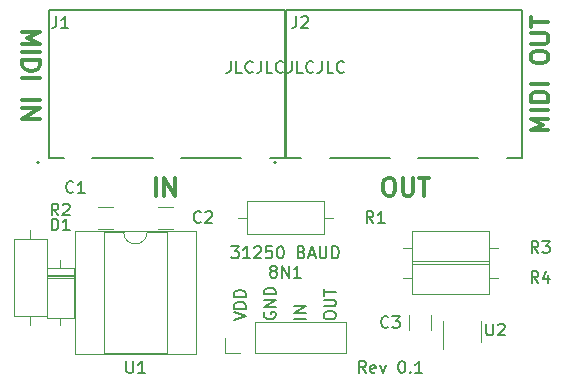
<source format=gbr>
G04 #@! TF.GenerationSoftware,KiCad,Pcbnew,(5.0.0)*
G04 #@! TF.CreationDate,2020-09-09T22:39:45-04:00*
G04 #@! TF.ProjectId,breadboard_midi,6272656164626F6172645F6D6964692E,rev?*
G04 #@! TF.SameCoordinates,Original*
G04 #@! TF.FileFunction,Legend,Top*
G04 #@! TF.FilePolarity,Positive*
%FSLAX46Y46*%
G04 Gerber Fmt 4.6, Leading zero omitted, Abs format (unit mm)*
G04 Created by KiCad (PCBNEW (5.0.0)) date 09/09/20 22:39:45*
%MOMM*%
%LPD*%
G01*
G04 APERTURE LIST*
%ADD10C,0.150000*%
%ADD11C,0.300000*%
%ADD12C,0.120000*%
%ADD13C,0.127000*%
%ADD14C,0.200000*%
G04 APERTURE END LIST*
D10*
X143970952Y-88352380D02*
X143970952Y-89066666D01*
X143923333Y-89209523D01*
X143828095Y-89304761D01*
X143685238Y-89352380D01*
X143590000Y-89352380D01*
X144923333Y-89352380D02*
X144447142Y-89352380D01*
X144447142Y-88352380D01*
X145828095Y-89257142D02*
X145780476Y-89304761D01*
X145637619Y-89352380D01*
X145542380Y-89352380D01*
X145399523Y-89304761D01*
X145304285Y-89209523D01*
X145256666Y-89114285D01*
X145209047Y-88923809D01*
X145209047Y-88780952D01*
X145256666Y-88590476D01*
X145304285Y-88495238D01*
X145399523Y-88400000D01*
X145542380Y-88352380D01*
X145637619Y-88352380D01*
X145780476Y-88400000D01*
X145828095Y-88447619D01*
X146542380Y-88352380D02*
X146542380Y-89066666D01*
X146494761Y-89209523D01*
X146399523Y-89304761D01*
X146256666Y-89352380D01*
X146161428Y-89352380D01*
X147494761Y-89352380D02*
X147018571Y-89352380D01*
X147018571Y-88352380D01*
X148399523Y-89257142D02*
X148351904Y-89304761D01*
X148209047Y-89352380D01*
X148113809Y-89352380D01*
X147970952Y-89304761D01*
X147875714Y-89209523D01*
X147828095Y-89114285D01*
X147780476Y-88923809D01*
X147780476Y-88780952D01*
X147828095Y-88590476D01*
X147875714Y-88495238D01*
X147970952Y-88400000D01*
X148113809Y-88352380D01*
X148209047Y-88352380D01*
X148351904Y-88400000D01*
X148399523Y-88447619D01*
X149113809Y-88352380D02*
X149113809Y-89066666D01*
X149066190Y-89209523D01*
X148970952Y-89304761D01*
X148828095Y-89352380D01*
X148732857Y-89352380D01*
X150066190Y-89352380D02*
X149590000Y-89352380D01*
X149590000Y-88352380D01*
X150970952Y-89257142D02*
X150923333Y-89304761D01*
X150780476Y-89352380D01*
X150685238Y-89352380D01*
X150542380Y-89304761D01*
X150447142Y-89209523D01*
X150399523Y-89114285D01*
X150351904Y-88923809D01*
X150351904Y-88780952D01*
X150399523Y-88590476D01*
X150447142Y-88495238D01*
X150542380Y-88400000D01*
X150685238Y-88352380D01*
X150780476Y-88352380D01*
X150923333Y-88400000D01*
X150970952Y-88447619D01*
X151685238Y-88352380D02*
X151685238Y-89066666D01*
X151637619Y-89209523D01*
X151542380Y-89304761D01*
X151399523Y-89352380D01*
X151304285Y-89352380D01*
X152637619Y-89352380D02*
X152161428Y-89352380D01*
X152161428Y-88352380D01*
X153542380Y-89257142D02*
X153494761Y-89304761D01*
X153351904Y-89352380D01*
X153256666Y-89352380D01*
X153113809Y-89304761D01*
X153018571Y-89209523D01*
X152970952Y-89114285D01*
X152923333Y-88923809D01*
X152923333Y-88780952D01*
X152970952Y-88590476D01*
X153018571Y-88495238D01*
X153113809Y-88400000D01*
X153256666Y-88352380D01*
X153351904Y-88352380D01*
X153494761Y-88400000D01*
X153542380Y-88447619D01*
X155408571Y-114752380D02*
X155075238Y-114276190D01*
X154837142Y-114752380D02*
X154837142Y-113752380D01*
X155218095Y-113752380D01*
X155313333Y-113800000D01*
X155360952Y-113847619D01*
X155408571Y-113942857D01*
X155408571Y-114085714D01*
X155360952Y-114180952D01*
X155313333Y-114228571D01*
X155218095Y-114276190D01*
X154837142Y-114276190D01*
X156218095Y-114704761D02*
X156122857Y-114752380D01*
X155932380Y-114752380D01*
X155837142Y-114704761D01*
X155789523Y-114609523D01*
X155789523Y-114228571D01*
X155837142Y-114133333D01*
X155932380Y-114085714D01*
X156122857Y-114085714D01*
X156218095Y-114133333D01*
X156265714Y-114228571D01*
X156265714Y-114323809D01*
X155789523Y-114419047D01*
X156599047Y-114085714D02*
X156837142Y-114752380D01*
X157075238Y-114085714D01*
X158408571Y-113752380D02*
X158503809Y-113752380D01*
X158599047Y-113800000D01*
X158646666Y-113847619D01*
X158694285Y-113942857D01*
X158741904Y-114133333D01*
X158741904Y-114371428D01*
X158694285Y-114561904D01*
X158646666Y-114657142D01*
X158599047Y-114704761D01*
X158503809Y-114752380D01*
X158408571Y-114752380D01*
X158313333Y-114704761D01*
X158265714Y-114657142D01*
X158218095Y-114561904D01*
X158170476Y-114371428D01*
X158170476Y-114133333D01*
X158218095Y-113942857D01*
X158265714Y-113847619D01*
X158313333Y-113800000D01*
X158408571Y-113752380D01*
X159170476Y-114657142D02*
X159218095Y-114704761D01*
X159170476Y-114752380D01*
X159122857Y-114704761D01*
X159170476Y-114657142D01*
X159170476Y-114752380D01*
X160170476Y-114752380D02*
X159599047Y-114752380D01*
X159884761Y-114752380D02*
X159884761Y-113752380D01*
X159789523Y-113895238D01*
X159694285Y-113990476D01*
X159599047Y-114038095D01*
X144018571Y-104037380D02*
X144637619Y-104037380D01*
X144304285Y-104418333D01*
X144447142Y-104418333D01*
X144542380Y-104465952D01*
X144590000Y-104513571D01*
X144637619Y-104608809D01*
X144637619Y-104846904D01*
X144590000Y-104942142D01*
X144542380Y-104989761D01*
X144447142Y-105037380D01*
X144161428Y-105037380D01*
X144066190Y-104989761D01*
X144018571Y-104942142D01*
X145590000Y-105037380D02*
X145018571Y-105037380D01*
X145304285Y-105037380D02*
X145304285Y-104037380D01*
X145209047Y-104180238D01*
X145113809Y-104275476D01*
X145018571Y-104323095D01*
X145970952Y-104132619D02*
X146018571Y-104085000D01*
X146113809Y-104037380D01*
X146351904Y-104037380D01*
X146447142Y-104085000D01*
X146494761Y-104132619D01*
X146542380Y-104227857D01*
X146542380Y-104323095D01*
X146494761Y-104465952D01*
X145923333Y-105037380D01*
X146542380Y-105037380D01*
X147447142Y-104037380D02*
X146970952Y-104037380D01*
X146923333Y-104513571D01*
X146970952Y-104465952D01*
X147066190Y-104418333D01*
X147304285Y-104418333D01*
X147399523Y-104465952D01*
X147447142Y-104513571D01*
X147494761Y-104608809D01*
X147494761Y-104846904D01*
X147447142Y-104942142D01*
X147399523Y-104989761D01*
X147304285Y-105037380D01*
X147066190Y-105037380D01*
X146970952Y-104989761D01*
X146923333Y-104942142D01*
X148113809Y-104037380D02*
X148209047Y-104037380D01*
X148304285Y-104085000D01*
X148351904Y-104132619D01*
X148399523Y-104227857D01*
X148447142Y-104418333D01*
X148447142Y-104656428D01*
X148399523Y-104846904D01*
X148351904Y-104942142D01*
X148304285Y-104989761D01*
X148209047Y-105037380D01*
X148113809Y-105037380D01*
X148018571Y-104989761D01*
X147970952Y-104942142D01*
X147923333Y-104846904D01*
X147875714Y-104656428D01*
X147875714Y-104418333D01*
X147923333Y-104227857D01*
X147970952Y-104132619D01*
X148018571Y-104085000D01*
X148113809Y-104037380D01*
X149970952Y-104513571D02*
X150113809Y-104561190D01*
X150161428Y-104608809D01*
X150209047Y-104704047D01*
X150209047Y-104846904D01*
X150161428Y-104942142D01*
X150113809Y-104989761D01*
X150018571Y-105037380D01*
X149637619Y-105037380D01*
X149637619Y-104037380D01*
X149970952Y-104037380D01*
X150066190Y-104085000D01*
X150113809Y-104132619D01*
X150161428Y-104227857D01*
X150161428Y-104323095D01*
X150113809Y-104418333D01*
X150066190Y-104465952D01*
X149970952Y-104513571D01*
X149637619Y-104513571D01*
X150590000Y-104751666D02*
X151066190Y-104751666D01*
X150494761Y-105037380D02*
X150828095Y-104037380D01*
X151161428Y-105037380D01*
X151494761Y-104037380D02*
X151494761Y-104846904D01*
X151542380Y-104942142D01*
X151590000Y-104989761D01*
X151685238Y-105037380D01*
X151875714Y-105037380D01*
X151970952Y-104989761D01*
X152018571Y-104942142D01*
X152066190Y-104846904D01*
X152066190Y-104037380D01*
X152542380Y-105037380D02*
X152542380Y-104037380D01*
X152780476Y-104037380D01*
X152923333Y-104085000D01*
X153018571Y-104180238D01*
X153066190Y-104275476D01*
X153113809Y-104465952D01*
X153113809Y-104608809D01*
X153066190Y-104799285D01*
X153018571Y-104894523D01*
X152923333Y-104989761D01*
X152780476Y-105037380D01*
X152542380Y-105037380D01*
X147494761Y-106115952D02*
X147399523Y-106068333D01*
X147351904Y-106020714D01*
X147304285Y-105925476D01*
X147304285Y-105877857D01*
X147351904Y-105782619D01*
X147399523Y-105735000D01*
X147494761Y-105687380D01*
X147685238Y-105687380D01*
X147780476Y-105735000D01*
X147828095Y-105782619D01*
X147875714Y-105877857D01*
X147875714Y-105925476D01*
X147828095Y-106020714D01*
X147780476Y-106068333D01*
X147685238Y-106115952D01*
X147494761Y-106115952D01*
X147399523Y-106163571D01*
X147351904Y-106211190D01*
X147304285Y-106306428D01*
X147304285Y-106496904D01*
X147351904Y-106592142D01*
X147399523Y-106639761D01*
X147494761Y-106687380D01*
X147685238Y-106687380D01*
X147780476Y-106639761D01*
X147828095Y-106592142D01*
X147875714Y-106496904D01*
X147875714Y-106306428D01*
X147828095Y-106211190D01*
X147780476Y-106163571D01*
X147685238Y-106115952D01*
X148304285Y-106687380D02*
X148304285Y-105687380D01*
X148875714Y-106687380D01*
X148875714Y-105687380D01*
X149875714Y-106687380D02*
X149304285Y-106687380D01*
X149590000Y-106687380D02*
X149590000Y-105687380D01*
X149494761Y-105830238D01*
X149399523Y-105925476D01*
X149304285Y-105973095D01*
X151852380Y-109963928D02*
X151852380Y-109773452D01*
X151900000Y-109678214D01*
X151995238Y-109582976D01*
X152185714Y-109535357D01*
X152519047Y-109535357D01*
X152709523Y-109582976D01*
X152804761Y-109678214D01*
X152852380Y-109773452D01*
X152852380Y-109963928D01*
X152804761Y-110059166D01*
X152709523Y-110154404D01*
X152519047Y-110202023D01*
X152185714Y-110202023D01*
X151995238Y-110154404D01*
X151900000Y-110059166D01*
X151852380Y-109963928D01*
X151852380Y-109106785D02*
X152661904Y-109106785D01*
X152757142Y-109059166D01*
X152804761Y-109011547D01*
X152852380Y-108916309D01*
X152852380Y-108725833D01*
X152804761Y-108630595D01*
X152757142Y-108582976D01*
X152661904Y-108535357D01*
X151852380Y-108535357D01*
X151852380Y-108202023D02*
X151852380Y-107630595D01*
X152852380Y-107916309D02*
X151852380Y-107916309D01*
X150312380Y-110154404D02*
X149312380Y-110154404D01*
X150312380Y-109678214D02*
X149312380Y-109678214D01*
X150312380Y-109106785D01*
X149312380Y-109106785D01*
X146820000Y-109630595D02*
X146772380Y-109725833D01*
X146772380Y-109868690D01*
X146820000Y-110011547D01*
X146915238Y-110106785D01*
X147010476Y-110154404D01*
X147200952Y-110202023D01*
X147343809Y-110202023D01*
X147534285Y-110154404D01*
X147629523Y-110106785D01*
X147724761Y-110011547D01*
X147772380Y-109868690D01*
X147772380Y-109773452D01*
X147724761Y-109630595D01*
X147677142Y-109582976D01*
X147343809Y-109582976D01*
X147343809Y-109773452D01*
X147772380Y-109154404D02*
X146772380Y-109154404D01*
X147772380Y-108582976D01*
X146772380Y-108582976D01*
X147772380Y-108106785D02*
X146772380Y-108106785D01*
X146772380Y-107868690D01*
X146820000Y-107725833D01*
X146915238Y-107630595D01*
X147010476Y-107582976D01*
X147200952Y-107535357D01*
X147343809Y-107535357D01*
X147534285Y-107582976D01*
X147629523Y-107630595D01*
X147724761Y-107725833D01*
X147772380Y-107868690D01*
X147772380Y-108106785D01*
X144232380Y-110297261D02*
X145232380Y-109963928D01*
X144232380Y-109630595D01*
X145232380Y-109297261D02*
X144232380Y-109297261D01*
X144232380Y-109059166D01*
X144280000Y-108916309D01*
X144375238Y-108821071D01*
X144470476Y-108773452D01*
X144660952Y-108725833D01*
X144803809Y-108725833D01*
X144994285Y-108773452D01*
X145089523Y-108821071D01*
X145184761Y-108916309D01*
X145232380Y-109059166D01*
X145232380Y-109297261D01*
X145232380Y-108297261D02*
X144232380Y-108297261D01*
X144232380Y-108059166D01*
X144280000Y-107916309D01*
X144375238Y-107821071D01*
X144470476Y-107773452D01*
X144660952Y-107725833D01*
X144803809Y-107725833D01*
X144994285Y-107773452D01*
X145089523Y-107821071D01*
X145184761Y-107916309D01*
X145232380Y-108059166D01*
X145232380Y-108297261D01*
D11*
X170858571Y-94213571D02*
X169358571Y-94213571D01*
X170430000Y-93713571D01*
X169358571Y-93213571D01*
X170858571Y-93213571D01*
X170858571Y-92499285D02*
X169358571Y-92499285D01*
X170858571Y-91785000D02*
X169358571Y-91785000D01*
X169358571Y-91427857D01*
X169430000Y-91213571D01*
X169572857Y-91070714D01*
X169715714Y-90999285D01*
X170001428Y-90927857D01*
X170215714Y-90927857D01*
X170501428Y-90999285D01*
X170644285Y-91070714D01*
X170787142Y-91213571D01*
X170858571Y-91427857D01*
X170858571Y-91785000D01*
X170858571Y-90285000D02*
X169358571Y-90285000D01*
X169358571Y-88142142D02*
X169358571Y-87856428D01*
X169430000Y-87713571D01*
X169572857Y-87570714D01*
X169858571Y-87499285D01*
X170358571Y-87499285D01*
X170644285Y-87570714D01*
X170787142Y-87713571D01*
X170858571Y-87856428D01*
X170858571Y-88142142D01*
X170787142Y-88285000D01*
X170644285Y-88427857D01*
X170358571Y-88499285D01*
X169858571Y-88499285D01*
X169572857Y-88427857D01*
X169430000Y-88285000D01*
X169358571Y-88142142D01*
X169358571Y-86856428D02*
X170572857Y-86856428D01*
X170715714Y-86785000D01*
X170787142Y-86713571D01*
X170858571Y-86570714D01*
X170858571Y-86285000D01*
X170787142Y-86142142D01*
X170715714Y-86070714D01*
X170572857Y-85999285D01*
X169358571Y-85999285D01*
X169358571Y-85499285D02*
X169358571Y-84642142D01*
X170858571Y-85070714D02*
X169358571Y-85070714D01*
X126321428Y-85856428D02*
X127821428Y-85856428D01*
X126750000Y-86356428D01*
X127821428Y-86856428D01*
X126321428Y-86856428D01*
X126321428Y-87570714D02*
X127821428Y-87570714D01*
X126321428Y-88285000D02*
X127821428Y-88285000D01*
X127821428Y-88642142D01*
X127750000Y-88856428D01*
X127607142Y-88999285D01*
X127464285Y-89070714D01*
X127178571Y-89142142D01*
X126964285Y-89142142D01*
X126678571Y-89070714D01*
X126535714Y-88999285D01*
X126392857Y-88856428D01*
X126321428Y-88642142D01*
X126321428Y-88285000D01*
X126321428Y-89785000D02*
X127821428Y-89785000D01*
X126321428Y-91642142D02*
X127821428Y-91642142D01*
X126321428Y-92356428D02*
X127821428Y-92356428D01*
X126321428Y-93213571D01*
X127821428Y-93213571D01*
X157250000Y-98238571D02*
X157535714Y-98238571D01*
X157678571Y-98310000D01*
X157821428Y-98452857D01*
X157892857Y-98738571D01*
X157892857Y-99238571D01*
X157821428Y-99524285D01*
X157678571Y-99667142D01*
X157535714Y-99738571D01*
X157250000Y-99738571D01*
X157107142Y-99667142D01*
X156964285Y-99524285D01*
X156892857Y-99238571D01*
X156892857Y-98738571D01*
X156964285Y-98452857D01*
X157107142Y-98310000D01*
X157250000Y-98238571D01*
X158535714Y-98238571D02*
X158535714Y-99452857D01*
X158607142Y-99595714D01*
X158678571Y-99667142D01*
X158821428Y-99738571D01*
X159107142Y-99738571D01*
X159250000Y-99667142D01*
X159321428Y-99595714D01*
X159392857Y-99452857D01*
X159392857Y-98238571D01*
X159892857Y-98238571D02*
X160750000Y-98238571D01*
X160321428Y-99738571D02*
X160321428Y-98238571D01*
X137644285Y-99738571D02*
X137644285Y-98238571D01*
X138358571Y-99738571D02*
X138358571Y-98238571D01*
X139215714Y-99738571D01*
X139215714Y-98238571D01*
D12*
G04 #@! TO.C,J4*
X143450000Y-113090000D02*
X143450000Y-111760000D01*
X144780000Y-113090000D02*
X143450000Y-113090000D01*
X146050000Y-113090000D02*
X146050000Y-110430000D01*
X146050000Y-110430000D02*
X153730000Y-110430000D01*
X146050000Y-113090000D02*
X153730000Y-113090000D01*
X153730000Y-113090000D02*
X153730000Y-110430000D01*
G04 #@! TO.C,D1*
X130660000Y-106430000D02*
X128420000Y-106430000D01*
X130660000Y-106670000D02*
X128420000Y-106670000D01*
X130660000Y-106550000D02*
X128420000Y-106550000D01*
X129540000Y-110720000D02*
X129540000Y-110070000D01*
X129540000Y-105180000D02*
X129540000Y-105830000D01*
X130660000Y-110070000D02*
X130660000Y-105830000D01*
X128420000Y-110070000D02*
X130660000Y-110070000D01*
X128420000Y-105830000D02*
X128420000Y-110070000D01*
X130660000Y-105830000D02*
X128420000Y-105830000D01*
G04 #@! TO.C,U1*
X141030000Y-102750000D02*
X130750000Y-102750000D01*
X141030000Y-113150000D02*
X141030000Y-102750000D01*
X130750000Y-113150000D02*
X141030000Y-113150000D01*
X130750000Y-102750000D02*
X130750000Y-113150000D01*
X138540000Y-102810000D02*
X136890000Y-102810000D01*
X138540000Y-113090000D02*
X138540000Y-102810000D01*
X133240000Y-113090000D02*
X138540000Y-113090000D01*
X133240000Y-102810000D02*
X133240000Y-113090000D01*
X134890000Y-102810000D02*
X133240000Y-102810000D01*
X136890000Y-102810000D02*
G75*
G02X134890000Y-102810000I-1000000J0D01*
G01*
D13*
G04 #@! TO.C,J2*
X148630000Y-96520000D02*
X149930000Y-96520000D01*
X157430000Y-96520000D02*
X152330000Y-96520000D01*
X164930000Y-96520000D02*
X159830000Y-96520000D01*
X168630000Y-96520000D02*
X167330000Y-96520000D01*
D14*
X147830000Y-96920000D02*
G75*
G03X147830000Y-96920000I-100000J0D01*
G01*
D13*
X148630000Y-84020000D02*
X148630000Y-96520000D01*
X168630000Y-84020000D02*
X148630000Y-84020000D01*
X168630000Y-96520000D02*
X168630000Y-84020000D01*
D12*
G04 #@! TO.C,U2*
X161900000Y-110310000D02*
X161900000Y-112760000D01*
X165120000Y-112110000D02*
X165120000Y-110310000D01*
G04 #@! TO.C,R4*
X166600000Y-106680000D02*
X165830000Y-106680000D01*
X158520000Y-106680000D02*
X159290000Y-106680000D01*
X165830000Y-105310000D02*
X159290000Y-105310000D01*
X165830000Y-108050000D02*
X165830000Y-105310000D01*
X159290000Y-108050000D02*
X165830000Y-108050000D01*
X159290000Y-105310000D02*
X159290000Y-108050000D01*
G04 #@! TO.C,R3*
X158520000Y-104140000D02*
X159290000Y-104140000D01*
X166600000Y-104140000D02*
X165830000Y-104140000D01*
X159290000Y-105510000D02*
X165830000Y-105510000D01*
X159290000Y-102770000D02*
X159290000Y-105510000D01*
X165830000Y-102770000D02*
X159290000Y-102770000D01*
X165830000Y-105510000D02*
X165830000Y-102770000D01*
G04 #@! TO.C,R2*
X127000000Y-102640000D02*
X127000000Y-103410000D01*
X127000000Y-110720000D02*
X127000000Y-109950000D01*
X125630000Y-103410000D02*
X125630000Y-109950000D01*
X128370000Y-103410000D02*
X125630000Y-103410000D01*
X128370000Y-109950000D02*
X128370000Y-103410000D01*
X125630000Y-109950000D02*
X128370000Y-109950000D01*
G04 #@! TO.C,R1*
X152630000Y-101600000D02*
X151860000Y-101600000D01*
X144550000Y-101600000D02*
X145320000Y-101600000D01*
X151860000Y-100230000D02*
X145320000Y-100230000D01*
X151860000Y-102970000D02*
X151860000Y-100230000D01*
X145320000Y-102970000D02*
X151860000Y-102970000D01*
X145320000Y-100230000D02*
X145320000Y-102970000D01*
D13*
G04 #@! TO.C,J1*
X128550000Y-96520000D02*
X129850000Y-96520000D01*
X137350000Y-96520000D02*
X132250000Y-96520000D01*
X144850000Y-96520000D02*
X139750000Y-96520000D01*
X148550000Y-96520000D02*
X147250000Y-96520000D01*
D14*
X127750000Y-96920000D02*
G75*
G03X127750000Y-96920000I-100000J0D01*
G01*
D13*
X128550000Y-84020000D02*
X128550000Y-96520000D01*
X148550000Y-84020000D02*
X128550000Y-84020000D01*
X148550000Y-96520000D02*
X148550000Y-84020000D01*
D12*
G04 #@! TO.C,C3*
X160940000Y-111139000D02*
X160940000Y-109881000D01*
X159100000Y-111139000D02*
X159100000Y-109881000D01*
G04 #@! TO.C,C2*
X139079000Y-100680000D02*
X137821000Y-100680000D01*
X139079000Y-102520000D02*
X137821000Y-102520000D01*
G04 #@! TO.C,C1*
X133959000Y-100680000D02*
X132701000Y-100680000D01*
X133959000Y-102520000D02*
X132701000Y-102520000D01*
G04 #@! TO.C,D1*
D10*
X128801904Y-102687380D02*
X128801904Y-101687380D01*
X129040000Y-101687380D01*
X129182857Y-101735000D01*
X129278095Y-101830238D01*
X129325714Y-101925476D01*
X129373333Y-102115952D01*
X129373333Y-102258809D01*
X129325714Y-102449285D01*
X129278095Y-102544523D01*
X129182857Y-102639761D01*
X129040000Y-102687380D01*
X128801904Y-102687380D01*
X130325714Y-102687380D02*
X129754285Y-102687380D01*
X130040000Y-102687380D02*
X130040000Y-101687380D01*
X129944761Y-101830238D01*
X129849523Y-101925476D01*
X129754285Y-101973095D01*
G04 #@! TO.C,U1*
X135128095Y-113752380D02*
X135128095Y-114561904D01*
X135175714Y-114657142D01*
X135223333Y-114704761D01*
X135318571Y-114752380D01*
X135509047Y-114752380D01*
X135604285Y-114704761D01*
X135651904Y-114657142D01*
X135699523Y-114561904D01*
X135699523Y-113752380D01*
X136699523Y-114752380D02*
X136128095Y-114752380D01*
X136413809Y-114752380D02*
X136413809Y-113752380D01*
X136318571Y-113895238D01*
X136223333Y-113990476D01*
X136128095Y-114038095D01*
G04 #@! TO.C,J2*
X149526666Y-84542380D02*
X149526666Y-85256666D01*
X149479047Y-85399523D01*
X149383809Y-85494761D01*
X149240952Y-85542380D01*
X149145714Y-85542380D01*
X149955238Y-84637619D02*
X150002857Y-84590000D01*
X150098095Y-84542380D01*
X150336190Y-84542380D01*
X150431428Y-84590000D01*
X150479047Y-84637619D01*
X150526666Y-84732857D01*
X150526666Y-84828095D01*
X150479047Y-84970952D01*
X149907619Y-85542380D01*
X150526666Y-85542380D01*
G04 #@! TO.C,U2*
X165608095Y-110577380D02*
X165608095Y-111386904D01*
X165655714Y-111482142D01*
X165703333Y-111529761D01*
X165798571Y-111577380D01*
X165989047Y-111577380D01*
X166084285Y-111529761D01*
X166131904Y-111482142D01*
X166179523Y-111386904D01*
X166179523Y-110577380D01*
X166608095Y-110672619D02*
X166655714Y-110625000D01*
X166750952Y-110577380D01*
X166989047Y-110577380D01*
X167084285Y-110625000D01*
X167131904Y-110672619D01*
X167179523Y-110767857D01*
X167179523Y-110863095D01*
X167131904Y-111005952D01*
X166560476Y-111577380D01*
X167179523Y-111577380D01*
G04 #@! TO.C,R4*
X170013333Y-107132380D02*
X169680000Y-106656190D01*
X169441904Y-107132380D02*
X169441904Y-106132380D01*
X169822857Y-106132380D01*
X169918095Y-106180000D01*
X169965714Y-106227619D01*
X170013333Y-106322857D01*
X170013333Y-106465714D01*
X169965714Y-106560952D01*
X169918095Y-106608571D01*
X169822857Y-106656190D01*
X169441904Y-106656190D01*
X170870476Y-106465714D02*
X170870476Y-107132380D01*
X170632380Y-106084761D02*
X170394285Y-106799047D01*
X171013333Y-106799047D01*
G04 #@! TO.C,R3*
X170013333Y-104592380D02*
X169680000Y-104116190D01*
X169441904Y-104592380D02*
X169441904Y-103592380D01*
X169822857Y-103592380D01*
X169918095Y-103640000D01*
X169965714Y-103687619D01*
X170013333Y-103782857D01*
X170013333Y-103925714D01*
X169965714Y-104020952D01*
X169918095Y-104068571D01*
X169822857Y-104116190D01*
X169441904Y-104116190D01*
X170346666Y-103592380D02*
X170965714Y-103592380D01*
X170632380Y-103973333D01*
X170775238Y-103973333D01*
X170870476Y-104020952D01*
X170918095Y-104068571D01*
X170965714Y-104163809D01*
X170965714Y-104401904D01*
X170918095Y-104497142D01*
X170870476Y-104544761D01*
X170775238Y-104592380D01*
X170489523Y-104592380D01*
X170394285Y-104544761D01*
X170346666Y-104497142D01*
G04 #@! TO.C,R2*
X129373333Y-101417380D02*
X129040000Y-100941190D01*
X128801904Y-101417380D02*
X128801904Y-100417380D01*
X129182857Y-100417380D01*
X129278095Y-100465000D01*
X129325714Y-100512619D01*
X129373333Y-100607857D01*
X129373333Y-100750714D01*
X129325714Y-100845952D01*
X129278095Y-100893571D01*
X129182857Y-100941190D01*
X128801904Y-100941190D01*
X129754285Y-100512619D02*
X129801904Y-100465000D01*
X129897142Y-100417380D01*
X130135238Y-100417380D01*
X130230476Y-100465000D01*
X130278095Y-100512619D01*
X130325714Y-100607857D01*
X130325714Y-100703095D01*
X130278095Y-100845952D01*
X129706666Y-101417380D01*
X130325714Y-101417380D01*
G04 #@! TO.C,R1*
X156043333Y-102052380D02*
X155710000Y-101576190D01*
X155471904Y-102052380D02*
X155471904Y-101052380D01*
X155852857Y-101052380D01*
X155948095Y-101100000D01*
X155995714Y-101147619D01*
X156043333Y-101242857D01*
X156043333Y-101385714D01*
X155995714Y-101480952D01*
X155948095Y-101528571D01*
X155852857Y-101576190D01*
X155471904Y-101576190D01*
X156995714Y-102052380D02*
X156424285Y-102052380D01*
X156710000Y-102052380D02*
X156710000Y-101052380D01*
X156614761Y-101195238D01*
X156519523Y-101290476D01*
X156424285Y-101338095D01*
G04 #@! TO.C,J1*
X129206666Y-84542380D02*
X129206666Y-85256666D01*
X129159047Y-85399523D01*
X129063809Y-85494761D01*
X128920952Y-85542380D01*
X128825714Y-85542380D01*
X130206666Y-85542380D02*
X129635238Y-85542380D01*
X129920952Y-85542380D02*
X129920952Y-84542380D01*
X129825714Y-84685238D01*
X129730476Y-84780476D01*
X129635238Y-84828095D01*
G04 #@! TO.C,C3*
X157313333Y-110847142D02*
X157265714Y-110894761D01*
X157122857Y-110942380D01*
X157027619Y-110942380D01*
X156884761Y-110894761D01*
X156789523Y-110799523D01*
X156741904Y-110704285D01*
X156694285Y-110513809D01*
X156694285Y-110370952D01*
X156741904Y-110180476D01*
X156789523Y-110085238D01*
X156884761Y-109990000D01*
X157027619Y-109942380D01*
X157122857Y-109942380D01*
X157265714Y-109990000D01*
X157313333Y-110037619D01*
X157646666Y-109942380D02*
X158265714Y-109942380D01*
X157932380Y-110323333D01*
X158075238Y-110323333D01*
X158170476Y-110370952D01*
X158218095Y-110418571D01*
X158265714Y-110513809D01*
X158265714Y-110751904D01*
X158218095Y-110847142D01*
X158170476Y-110894761D01*
X158075238Y-110942380D01*
X157789523Y-110942380D01*
X157694285Y-110894761D01*
X157646666Y-110847142D01*
G04 #@! TO.C,C2*
X141438333Y-101957142D02*
X141390714Y-102004761D01*
X141247857Y-102052380D01*
X141152619Y-102052380D01*
X141009761Y-102004761D01*
X140914523Y-101909523D01*
X140866904Y-101814285D01*
X140819285Y-101623809D01*
X140819285Y-101480952D01*
X140866904Y-101290476D01*
X140914523Y-101195238D01*
X141009761Y-101100000D01*
X141152619Y-101052380D01*
X141247857Y-101052380D01*
X141390714Y-101100000D01*
X141438333Y-101147619D01*
X141819285Y-101147619D02*
X141866904Y-101100000D01*
X141962142Y-101052380D01*
X142200238Y-101052380D01*
X142295476Y-101100000D01*
X142343095Y-101147619D01*
X142390714Y-101242857D01*
X142390714Y-101338095D01*
X142343095Y-101480952D01*
X141771666Y-102052380D01*
X142390714Y-102052380D01*
G04 #@! TO.C,C1*
X130643333Y-99417142D02*
X130595714Y-99464761D01*
X130452857Y-99512380D01*
X130357619Y-99512380D01*
X130214761Y-99464761D01*
X130119523Y-99369523D01*
X130071904Y-99274285D01*
X130024285Y-99083809D01*
X130024285Y-98940952D01*
X130071904Y-98750476D01*
X130119523Y-98655238D01*
X130214761Y-98560000D01*
X130357619Y-98512380D01*
X130452857Y-98512380D01*
X130595714Y-98560000D01*
X130643333Y-98607619D01*
X131595714Y-99512380D02*
X131024285Y-99512380D01*
X131310000Y-99512380D02*
X131310000Y-98512380D01*
X131214761Y-98655238D01*
X131119523Y-98750476D01*
X131024285Y-98798095D01*
G04 #@! TD*
M02*

</source>
